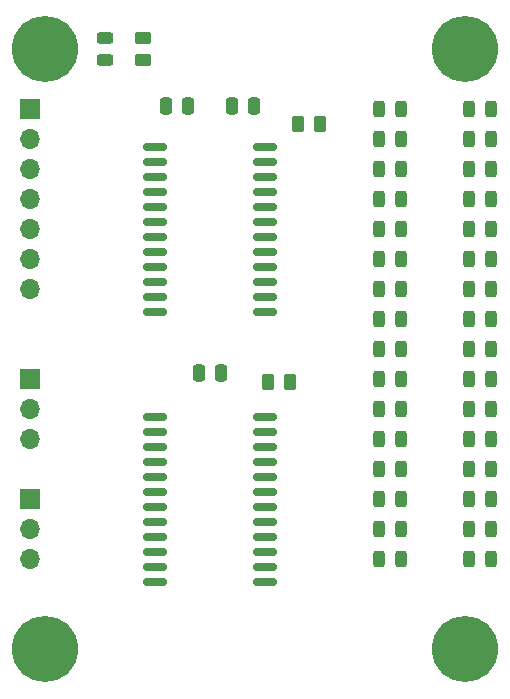
<source format=gts>
G04 #@! TF.GenerationSoftware,KiCad,Pcbnew,6.0.1-79c1e3a40b~116~ubuntu20.04.1*
G04 #@! TF.CreationDate,2022-01-21T15:32:23-05:00*
G04 #@! TF.ProjectId,led_breakout,6c65645f-6272-4656-916b-6f75742e6b69,0*
G04 #@! TF.SameCoordinates,Original*
G04 #@! TF.FileFunction,Soldermask,Top*
G04 #@! TF.FilePolarity,Negative*
%FSLAX46Y46*%
G04 Gerber Fmt 4.6, Leading zero omitted, Abs format (unit mm)*
G04 Created by KiCad (PCBNEW 6.0.1-79c1e3a40b~116~ubuntu20.04.1) date 2022-01-21 15:32:23*
%MOMM*%
%LPD*%
G01*
G04 APERTURE LIST*
G04 Aperture macros list*
%AMRoundRect*
0 Rectangle with rounded corners*
0 $1 Rounding radius*
0 $2 $3 $4 $5 $6 $7 $8 $9 X,Y pos of 4 corners*
0 Add a 4 corners polygon primitive as box body*
4,1,4,$2,$3,$4,$5,$6,$7,$8,$9,$2,$3,0*
0 Add four circle primitives for the rounded corners*
1,1,$1+$1,$2,$3*
1,1,$1+$1,$4,$5*
1,1,$1+$1,$6,$7*
1,1,$1+$1,$8,$9*
0 Add four rect primitives between the rounded corners*
20,1,$1+$1,$2,$3,$4,$5,0*
20,1,$1+$1,$4,$5,$6,$7,0*
20,1,$1+$1,$6,$7,$8,$9,0*
20,1,$1+$1,$8,$9,$2,$3,0*%
G04 Aperture macros list end*
%ADD10RoundRect,0.250000X0.250000X0.475000X-0.250000X0.475000X-0.250000X-0.475000X0.250000X-0.475000X0*%
%ADD11RoundRect,0.243750X-0.243750X-0.456250X0.243750X-0.456250X0.243750X0.456250X-0.243750X0.456250X0*%
%ADD12RoundRect,0.250000X-0.262500X-0.450000X0.262500X-0.450000X0.262500X0.450000X-0.262500X0.450000X0*%
%ADD13C,5.600000*%
%ADD14R,1.700000X1.700000*%
%ADD15O,1.700000X1.700000*%
%ADD16RoundRect,0.250000X-0.250000X-0.475000X0.250000X-0.475000X0.250000X0.475000X-0.250000X0.475000X0*%
%ADD17RoundRect,0.150000X-0.875000X-0.150000X0.875000X-0.150000X0.875000X0.150000X-0.875000X0.150000X0*%
%ADD18RoundRect,0.250000X-0.450000X0.262500X-0.450000X-0.262500X0.450000X-0.262500X0.450000X0.262500X0*%
%ADD19RoundRect,0.243750X-0.456250X0.243750X-0.456250X-0.243750X0.456250X-0.243750X0.456250X0.243750X0*%
G04 APERTURE END LIST*
D10*
X128204000Y-40386000D03*
X126304000Y-40386000D03*
D11*
X138762500Y-55880000D03*
X140637500Y-55880000D03*
X138762500Y-45720000D03*
X140637500Y-45720000D03*
X138762500Y-63500000D03*
X140637500Y-63500000D03*
X146382500Y-68580000D03*
X148257500Y-68580000D03*
X146382500Y-45720000D03*
X148257500Y-45720000D03*
D12*
X131929500Y-41910000D03*
X133754500Y-41910000D03*
D13*
X146050000Y-86360000D03*
D11*
X138762500Y-60960000D03*
X140637500Y-60960000D03*
X138762500Y-43180000D03*
X140637500Y-43180000D03*
X146382500Y-71120000D03*
X148257500Y-71120000D03*
X138762500Y-48260000D03*
X140637500Y-48260000D03*
X146382500Y-63500000D03*
X148257500Y-63500000D03*
X146382500Y-58420000D03*
X148257500Y-58420000D03*
X146382500Y-60955000D03*
X148257500Y-60955000D03*
X146382500Y-76200000D03*
X148257500Y-76200000D03*
X138762500Y-73660000D03*
X140637500Y-73660000D03*
X146382500Y-43180000D03*
X148257500Y-43180000D03*
D14*
X109220000Y-40640000D03*
D15*
X109220000Y-43180000D03*
X109220000Y-45720000D03*
X109220000Y-48260000D03*
X109220000Y-50800000D03*
X109220000Y-53340000D03*
X109220000Y-55880000D03*
D13*
X110490000Y-86360000D03*
D11*
X146382500Y-40640000D03*
X148257500Y-40640000D03*
D14*
X109220000Y-63500000D03*
D15*
X109220000Y-66040000D03*
X109220000Y-68580000D03*
D10*
X125410000Y-62992000D03*
X123510000Y-62992000D03*
D16*
X120716000Y-40386000D03*
X122616000Y-40386000D03*
D17*
X119810000Y-43815000D03*
X119810000Y-45085000D03*
X119810000Y-46355000D03*
X119810000Y-47625000D03*
X119810000Y-48895000D03*
X119810000Y-50165000D03*
X119810000Y-51435000D03*
X119810000Y-52705000D03*
X119810000Y-53975000D03*
X119810000Y-55245000D03*
X119810000Y-56515000D03*
X119810000Y-57785000D03*
X129110000Y-57785000D03*
X129110000Y-56515000D03*
X129110000Y-55245000D03*
X129110000Y-53975000D03*
X129110000Y-52705000D03*
X129110000Y-51435000D03*
X129110000Y-50165000D03*
X129110000Y-48895000D03*
X129110000Y-47625000D03*
X129110000Y-46355000D03*
X129110000Y-45085000D03*
X129110000Y-43815000D03*
D13*
X146050000Y-35560000D03*
D17*
X119810000Y-66675000D03*
X119810000Y-67945000D03*
X119810000Y-69215000D03*
X119810000Y-70485000D03*
X119810000Y-71755000D03*
X119810000Y-73025000D03*
X119810000Y-74295000D03*
X119810000Y-75565000D03*
X119810000Y-76835000D03*
X119810000Y-78105000D03*
X119810000Y-79375000D03*
X119810000Y-80645000D03*
X129110000Y-80645000D03*
X129110000Y-79375000D03*
X129110000Y-78105000D03*
X129110000Y-76835000D03*
X129110000Y-75565000D03*
X129110000Y-74295000D03*
X129110000Y-73025000D03*
X129110000Y-71755000D03*
X129110000Y-70485000D03*
X129110000Y-69215000D03*
X129110000Y-67945000D03*
X129110000Y-66675000D03*
D11*
X138762500Y-40640000D03*
X140637500Y-40640000D03*
D18*
X118745000Y-34647500D03*
X118745000Y-36472500D03*
D11*
X138762500Y-78740000D03*
X140637500Y-78740000D03*
X138762500Y-53340000D03*
X140637500Y-53340000D03*
X146382500Y-66040000D03*
X148257500Y-66040000D03*
X138762500Y-71120000D03*
X140637500Y-71120000D03*
X138762500Y-50800000D03*
X140637500Y-50800000D03*
X138762500Y-68580000D03*
X140637500Y-68580000D03*
X146382500Y-55880000D03*
X148257500Y-55880000D03*
X138762500Y-76200000D03*
X140637500Y-76200000D03*
X146382500Y-48260000D03*
X148257500Y-48260000D03*
D19*
X115570000Y-34622500D03*
X115570000Y-36497500D03*
D12*
X129389500Y-63754000D03*
X131214500Y-63754000D03*
D11*
X146382500Y-53340000D03*
X148257500Y-53340000D03*
D14*
X109220000Y-73660000D03*
D15*
X109220000Y-76200000D03*
X109220000Y-78740000D03*
D11*
X146382500Y-50800000D03*
X148257500Y-50800000D03*
X146382500Y-73660000D03*
X148257500Y-73660000D03*
D13*
X110490000Y-35560000D03*
D11*
X138762500Y-66040000D03*
X140637500Y-66040000D03*
X146382500Y-78740000D03*
X148257500Y-78740000D03*
X138762500Y-58420000D03*
X140637500Y-58420000D03*
M02*

</source>
